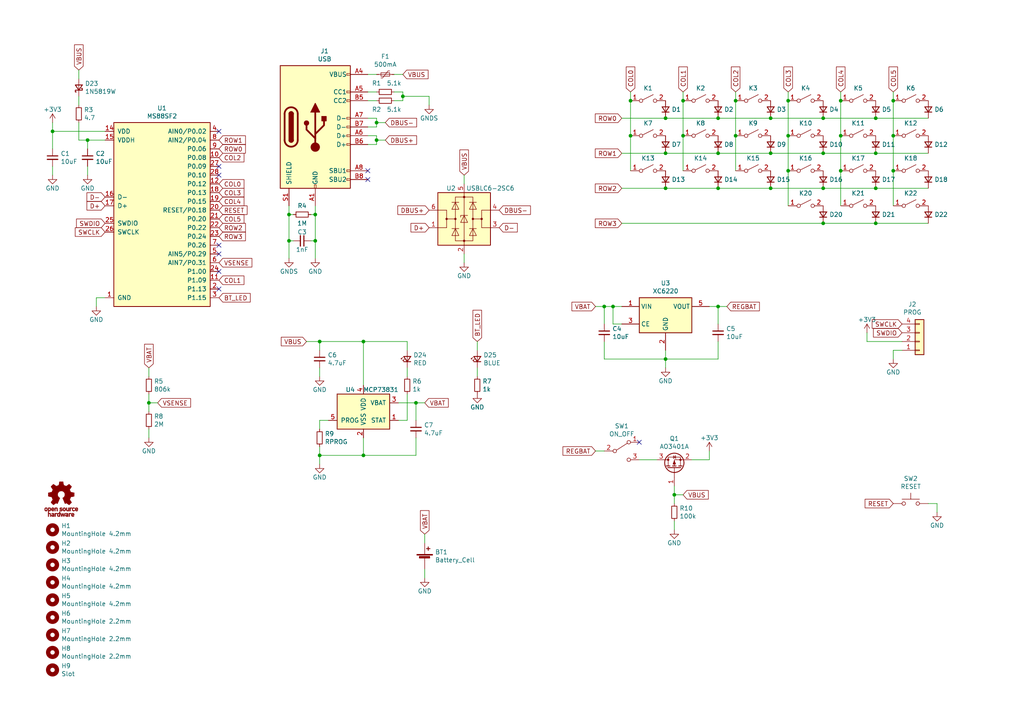
<source format=kicad_sch>
(kicad_sch (version 20211123) (generator eeschema)
  (paper "A4")
  (lib_symbols
    (symbol "Battery_Management:MCP73831-2-OT" (pin_names (offset 1.016))
      (property "Reference" "U" (at -7.62 6.35 0))
      (property "Value" "MCP73831-2-OT" (at 1.27 6.35 0))
      (symbol "MCP73831-2-OT_1_1"
        (pin output line (at 10.16 -2.54 180) (length 2.54) (name "STAT") (number "1"))
        (pin power_in line (at 0 -7.62 90) (length 2.54) (name "VSS") (number "2"))
        (pin power_out line (at 10.16 2.54 180) (length 2.54) (name "VBAT") (number "3"))
        (pin power_in line (at 0 7.62 270) (length 2.54) (name "VDD") (number "4"))
        (pin input line (at -10.16 -2.54 0) (length 2.54) (name "PROG") (number "5"))
      )
    )
    (symbol "Connector:USB_C_Receptacle_USB2.0" (pin_names (offset 1.016))
      (property "Reference" "J" (at -10.16 19.05 0))
      (property "Value" "USB_C_Receptacle_USB2.0" (at 19.05 19.05 0))
      (symbol "USB_C_Receptacle_USB2.0_1_1"
        (pin passive line (at 0 -22.86 90) (length 5.08) (name "GND") (number "A1"))
        (pin passive line (at 0 -22.86 90) (length 5.08) hide (name "GND") (number "A12"))
        (pin passive line (at 15.24 15.24 180) (length 5.08) (name "VBUS") (number "A4"))
        (pin bidirectional line (at 15.24 10.16 180) (length 5.08) (name "CC1") (number "A5"))
        (pin bidirectional line (at 15.24 -2.54 180) (length 5.08) (name "D+") (number "A6"))
        (pin bidirectional line (at 15.24 2.54 180) (length 5.08) (name "D-") (number "A7"))
        (pin bidirectional line (at 15.24 -12.7 180) (length 5.08) (name "SBU1") (number "A8"))
        (pin passive line (at 15.24 15.24 180) (length 5.08) hide (name "VBUS") (number "A9"))
        (pin passive line (at 0 -22.86 90) (length 5.08) hide (name "GND") (number "B1"))
        (pin passive line (at 0 -22.86 90) (length 5.08) hide (name "GND") (number "B12"))
        (pin passive line (at 15.24 15.24 180) (length 5.08) hide (name "VBUS") (number "B4"))
        (pin bidirectional line (at 15.24 7.62 180) (length 5.08) (name "CC2") (number "B5"))
        (pin bidirectional line (at 15.24 -5.08 180) (length 5.08) (name "D+") (number "B6"))
        (pin bidirectional line (at 15.24 0 180) (length 5.08) (name "D-") (number "B7"))
        (pin bidirectional line (at 15.24 -15.24 180) (length 5.08) (name "SBU2") (number "B8"))
        (pin passive line (at 15.24 15.24 180) (length 5.08) hide (name "VBUS") (number "B9"))
        (pin passive line (at -7.62 -22.86 90) (length 5.08) (name "SHIELD") (number "S1"))
      )
    )
    (symbol "Connector_Generic:Conn_01x04" (pin_names (offset 1.016) hide)
      (property "Reference" "J" (at 0 5.08 0))
      (property "Value" "Conn_01x04" (at 0 -7.62 0))
      (symbol "Conn_01x04_1_1"
        (pin passive line (at -5.08 2.54 0) (length 3.81) (name "Pin_1") (number "1"))
        (pin passive line (at -5.08 0 0) (length 3.81) (name "Pin_2") (number "2"))
        (pin passive line (at -5.08 -2.54 0) (length 3.81) (name "Pin_3") (number "3"))
        (pin passive line (at -5.08 -5.08 0) (length 3.81) (name "Pin_4") (number "4"))
      )
    )
    (symbol "Device:Battery_Cell" (pin_numbers hide) (pin_names (offset 0) hide)
      (property "Reference" "BT" (at 2.54 2.54 0))
      (property "Value" "Battery_Cell" (at 2.54 0 0))
      (symbol "Battery_Cell_1_1"
        (pin passive line (at 0 5.08 270) (length 2.54) (name "+") (number "1"))
        (pin passive line (at 0 -2.54 90) (length 2.54) (name "-") (number "2"))
      )
    )
    (symbol "Device:C_Small" (pin_numbers hide) (pin_names (offset 0.254) hide)
      (property "Reference" "C" (at 0.254 1.778 0))
      (property "Value" "C_Small" (at 0.254 -2.032 0))
      (symbol "C_Small_1_1"
        (pin passive line (at 0 2.54 270) (length 2.032) (name "~") (number "1"))
        (pin passive line (at 0 -2.54 90) (length 2.032) (name "~") (number "2"))
      )
    )
    (symbol "Device:D_Schottky_Small" (pin_numbers hide) (pin_names (offset 0.254) hide)
      (property "Reference" "D" (at -1.27 2.032 0))
      (property "Value" "D_Schottky_Small" (at -7.112 -2.032 0))
      (symbol "D_Schottky_Small_1_1"
        (pin passive line (at -2.54 0 0) (length 1.778) (name "K") (number "1"))
        (pin passive line (at 2.54 0 180) (length 1.778) (name "A") (number "2"))
      )
    )
    (symbol "Device:D_Small" (pin_numbers hide) (pin_names (offset 0.254) hide)
      (property "Reference" "D" (at -1.27 2.032 0))
      (property "Value" "D_Small" (at -3.81 -2.032 0))
      (symbol "D_Small_1_1"
        (pin passive line (at -2.54 0 0) (length 1.778) (name "K") (number "1"))
        (pin passive line (at 2.54 0 180) (length 1.778) (name "A") (number "2"))
      )
    )
    (symbol "Device:LED_Small" (pin_numbers hide) (pin_names (offset 0.254) hide)
      (property "Reference" "D" (at -1.27 3.175 0))
      (property "Value" "LED_Small" (at -4.445 -2.54 0))
      (symbol "LED_Small_1_1"
        (pin passive line (at -2.54 0 0) (length 1.778) (name "K") (number "1"))
        (pin passive line (at 2.54 0 180) (length 1.778) (name "A") (number "2"))
      )
    )
    (symbol "Device:Polyfuse_Small" (pin_numbers hide) (pin_names (offset 0))
      (property "Reference" "F" (at -1.905 0 90))
      (property "Value" "Polyfuse_Small" (at 1.905 0 90))
      (symbol "Polyfuse_Small_1_1"
        (pin passive line (at 0 2.54 270) (length 0.635) (name "~") (number "1"))
        (pin passive line (at 0 -2.54 90) (length 0.635) (name "~") (number "2"))
      )
    )
    (symbol "Device:R_Small" (pin_numbers hide) (pin_names (offset 0.254) hide)
      (property "Reference" "R" (at 0.762 0.508 0))
      (property "Value" "R_Small" (at 0.762 -1.016 0))
      (symbol "R_Small_1_1"
        (pin passive line (at 0 2.54 270) (length 0.762) (name "~") (number "1"))
        (pin passive line (at 0 -2.54 90) (length 0.762) (name "~") (number "2"))
      )
    )
    (symbol "Mechanical:MountingHole" (pin_names (offset 1.016))
      (property "Reference" "H" (at 0 5.08 0))
      (property "Value" "MountingHole" (at 0 3.175 0))
    )
    (symbol "Power_Protection:USBLC6-2SC6" (pin_names hide)
      (property "Reference" "U" (at 2.54 8.89 0))
      (property "Value" "USBLC6-2SC6" (at 2.54 -8.89 0))
      (symbol "USBLC6-2SC6_1_1"
        (pin passive line (at -10.16 -2.54 0) (length 2.54) (name "I/O1") (number "1"))
        (pin passive line (at 0 -10.16 90) (length 2.54) (name "GND") (number "2"))
        (pin passive line (at 10.16 -2.54 180) (length 2.54) (name "I/O2") (number "3"))
        (pin passive line (at 10.16 2.54 180) (length 2.54) (name "I/O2") (number "4"))
        (pin passive line (at 0 10.16 270) (length 2.54) (name "VBUS") (number "5"))
        (pin passive line (at -10.16 2.54 0) (length 2.54) (name "I/O1") (number "6"))
      )
    )
    (symbol "Regulator_Linear:XC6220B331MR"
      (property "Reference" "U" (at 0 8.89 0))
      (property "Value" "XC6220B331MR" (at 0 6.35 0))
      (symbol "XC6220B331MR_1_1"
        (pin power_in line (at -12.7 2.54 0) (length 5.08) (name "VIN") (number "1"))
        (pin power_in line (at 0 -10.16 90) (length 5.08) (name "GND") (number "2"))
        (pin input line (at -12.7 -2.54 0) (length 5.08) (name "CE") (number "3"))
        (pin no_connect line (at 12.7 -2.54 180) (length 5.08) hide (name "NC") (number "4"))
        (pin power_out line (at 12.7 2.54 180) (length 5.08) (name "VOUT") (number "5"))
      )
    )
    (symbol "Switch:SW_Push" (pin_numbers hide) (pin_names (offset 1.016) hide)
      (property "Reference" "SW" (at 1.27 2.54 0))
      (property "Value" "SW_Push" (at 0 -1.524 0))
      (symbol "SW_Push_0_1"
        (pin passive line (at -5.08 0 0) (length 2.54) (name "1") (number "1"))
        (pin passive line (at 5.08 0 180) (length 2.54) (name "2") (number "2"))
      )
    )
    (symbol "Switch:SW_SPDT" (pin_names (offset 0) hide)
      (property "Reference" "SW" (at 0 4.318 0))
      (property "Value" "SW_SPDT" (at 0 -5.08 0))
      (symbol "SW_SPDT_1_1"
        (pin passive line (at 5.08 2.54 180) (length 2.54) (name "A") (number "1"))
        (pin passive line (at -5.08 0 0) (length 2.54) (name "B") (number "2"))
        (pin passive line (at 5.08 -2.54 180) (length 2.54) (name "C") (number "3"))
      )
    )
    (symbol "Transistor_FET:AO3401A" (pin_names hide)
      (property "Reference" "Q" (at 5.08 1.905 0))
      (property "Value" "AO3401A" (at 5.08 0 0))
      (symbol "AO3401A_1_1"
        (pin input line (at -5.08 0 0) (length 2.54) (name "G") (number "1"))
        (pin passive line (at 2.54 -5.08 90) (length 2.54) (name "S") (number "2"))
        (pin passive line (at 2.54 5.08 270) (length 2.54) (name "D") (number "3"))
      )
    )
    (symbol "dao-choc-ble:KEY_SWITCH" (pin_names (offset 0) hide)
      (property "Reference" "K" (at 0 3.175 0))
      (symbol "KEY_SWITCH_1_1"
        (pin passive line (at -5.08 0 0) (length 2.54) (name "A") (number "1"))
        (pin passive line (at 5.08 0 180) (length 2.54) (name "B") (number "2"))
      )
    )
    (symbol "dao-choc-ble:MS88SF2" (pin_names (offset 1.016))
      (property "Reference" "U" (at 0 27.94 0))
      (property "Value" "MS88SF2" (at 0 -27.94 0))
      (symbol "MS88SF2_0_0"
        (pin bidirectional line (at -16.51 -24.13 0) (length 2.54) (name "GND") (number "1"))
        (pin bidirectional line (at 16.51 16.51 180) (length 2.54) (name "P0.08") (number "10"))
        (pin bidirectional line (at 16.51 -19.05 180) (length 2.54) (name "P1.09") (number "11"))
        (pin bidirectional line (at 16.51 8.89 180) (length 2.54) (name "P0.12") (number "12"))
        (pin bidirectional line (at -16.51 -24.13 0) (length 2.54) hide (name "GND") (number "13"))
        (pin bidirectional line (at -16.51 24.13 0) (length 2.54) (name "VDD") (number "14"))
        (pin bidirectional line (at -16.51 21.59 0) (length 2.54) (name "VDDH") (number "15"))
        (pin bidirectional line (at -16.51 5.08 0) (length 2.54) (name "D-") (number "16"))
        (pin bidirectional line (at -16.51 2.54 0) (length 2.54) (name "D+") (number "17"))
        (pin bidirectional line (at 16.51 6.35 180) (length 2.54) (name "P0.13") (number "18"))
        (pin bidirectional line (at 16.51 3.81 180) (length 2.54) (name "P0.15") (number "19"))
        (pin bidirectional line (at 16.51 -21.59 180) (length 2.54) (name "P1.13") (number "2"))
        (pin bidirectional line (at 16.51 1.27 180) (length 2.54) (name "RESET/P0.18") (number "20"))
        (pin bidirectional line (at 16.51 -1.27 180) (length 2.54) (name "P0.20") (number "21"))
        (pin bidirectional line (at 16.51 -3.81 180) (length 2.54) (name "P0.22") (number "22"))
        (pin bidirectional line (at 16.51 -6.35 180) (length 2.54) (name "P0.24") (number "23"))
        (pin bidirectional line (at 16.51 -16.51 180) (length 2.54) (name "P1.00") (number "24"))
        (pin bidirectional line (at -16.51 -2.54 0) (length 2.54) (name "SWDIO") (number "25"))
        (pin bidirectional line (at -16.51 -5.08 0) (length 2.54) (name "SWCLK") (number "26"))
        (pin bidirectional line (at 16.51 13.97 180) (length 2.54) (name "P0.09") (number "27"))
        (pin bidirectional line (at 16.51 11.43 180) (length 2.54) (name "P0.10") (number "28"))
        (pin bidirectional line (at 16.51 -24.13 180) (length 2.54) (name "P1.15") (number "3"))
        (pin bidirectional line (at 16.51 24.13 180) (length 2.54) (name "AIN0/P0.02") (number "4"))
        (pin bidirectional line (at 16.51 -11.43 180) (length 2.54) (name "AIN5/P0.29") (number "5"))
        (pin bidirectional line (at 16.51 -13.97 180) (length 2.54) (name "AIN7/P0.31") (number "6"))
        (pin bidirectional line (at 16.51 -8.89 180) (length 2.54) (name "P0.26") (number "7"))
        (pin bidirectional line (at 16.51 21.59 180) (length 2.54) (name "AIN2/P0.04") (number "8"))
        (pin bidirectional line (at 16.51 19.05 180) (length 2.54) (name "P0.06") (number "9"))
      )
    )
    (symbol "dao-choc-ble:OSHW-logo" (pin_names (offset 1.016)))
    (symbol "power:+3V3" (power) (pin_names (offset 0))
      (property "Value" "+3V3" (at 0 3.556 0))
      (symbol "+3V3_1_1"
        (pin power_in line (at 0 0 90) (length 0) hide (name "+3V3") (number "1"))
      )
    )
    (symbol "power:GND" (power) (pin_names (offset 0))
      (property "Value" "GND" (at 0 -3.81 0))
      (symbol "GND_1_1"
        (pin power_in line (at 0 0 270) (length 0) hide (name "GND") (number "1"))
      )
    )
    (symbol "power:GNDS" (power) (pin_names (offset 0))
      (property "Value" "GNDS" (at 0 -3.81 0))
      (symbol "GNDS_1_1"
        (pin power_in line (at 0 0 270) (length 0) hide (name "GNDS") (number "1"))
      )
    )
  )
  (junction (at 208.28 44.45))
  (junction (at 91.44 62.23))
  (junction (at 193.04 34.29))
  (junction (at 243.84 49.53))
  (junction (at 238.76 44.45))
  (junction (at 223.52 54.61))
  (junction (at 193.04 104.14))
  (junction (at 177.8 88.9))
  (junction (at 83.82 62.23))
  (junction (at 105.41 132.08))
  (junction (at 238.76 64.77))
  (junction (at 198.12 29.21))
  (junction (at 193.04 44.45))
  (junction (at 25.4 40.64))
  (junction (at 223.52 34.29))
  (junction (at 254 64.77))
  (junction (at 254 34.29))
  (junction (at 120.65 116.84))
  (junction (at 182.88 39.37))
  (junction (at 15.24 38.1))
  (junction (at 109.22 40.64))
  (junction (at 92.71 99.06))
  (junction (at 228.6 39.37))
  (junction (at 243.84 39.37))
  (junction (at 208.28 88.9))
  (junction (at 175.26 88.9))
  (junction (at 193.04 54.61))
  (junction (at 259.08 29.21))
  (junction (at 182.88 29.21))
  (junction (at 213.36 29.21))
  (junction (at 238.76 34.29))
  (junction (at 208.28 54.61))
  (junction (at 198.12 39.37))
  (junction (at 238.76 54.61))
  (junction (at 254 54.61))
  (junction (at 43.18 116.84))
  (junction (at 195.58 143.51))
  (junction (at 213.36 39.37))
  (junction (at 223.52 44.45))
  (junction (at 83.82 69.85))
  (junction (at 92.71 132.08))
  (junction (at 243.84 29.21))
  (junction (at 208.28 34.29))
  (junction (at 228.6 29.21))
  (junction (at 91.44 69.85))
  (junction (at 259.08 49.53))
  (junction (at 105.41 99.06))
  (junction (at 228.6 49.53))
  (junction (at 116.84 27.94))
  (junction (at 254 44.45))
  (junction (at 109.22 35.56))
  (junction (at 259.08 39.37))
  (no_connect (at 63.5 83.82))
  (no_connect (at 63.5 50.8))
  (no_connect (at 106.68 52.07))
  (no_connect (at 63.5 48.26))
  (no_connect (at 106.68 49.53))
  (no_connect (at 63.5 78.74))
  (no_connect (at 63.5 71.12))
  (no_connect (at 185.42 128.27))
  (no_connect (at 63.5 73.66))
  (no_connect (at 63.5 38.1))
  (wire (pts (xy 238.76 44.45) (xy 223.52 44.45)))
  (wire (pts (xy 120.65 116.84) (xy 120.65 121.92)))
  (wire (pts (xy 15.24 35.56) (xy 15.24 38.1)))
  (wire (pts (xy 238.76 54.61) (xy 223.52 54.61)))
  (wire (pts (xy 193.04 104.14) (xy 175.26 104.14)))
  (wire (pts (xy 243.84 39.37) (xy 243.84 29.21)))
  (wire (pts (xy 106.68 21.59) (xy 109.22 21.59)))
  (wire (pts (xy 106.68 34.29) (xy 109.22 34.29)))
  (wire (pts (xy 175.26 104.14) (xy 175.26 99.06)))
  (wire (pts (xy 193.04 101.6) (xy 193.04 104.14)))
  (wire (pts (xy 251.46 99.06) (xy 261.62 99.06)))
  (wire (pts (xy 91.44 62.23) (xy 91.44 69.85)))
  (wire (pts (xy 259.08 101.6) (xy 259.08 104.14)))
  (wire (pts (xy 243.84 49.53) (xy 243.84 39.37)))
  (wire (pts (xy 182.88 39.37) (xy 182.88 29.21)))
  (wire (pts (xy 259.08 29.21) (xy 259.08 26.67)))
  (wire (pts (xy 105.41 132.08) (xy 120.65 132.08)))
  (wire (pts (xy 205.74 133.35) (xy 205.74 130.81)))
  (wire (pts (xy 182.88 29.21) (xy 182.88 26.67)))
  (wire (pts (xy 269.24 64.77) (xy 254 64.77)))
  (wire (pts (xy 228.6 59.69) (xy 228.6 49.53)))
  (wire (pts (xy 15.24 38.1) (xy 15.24 43.18)))
  (wire (pts (xy 114.3 26.67) (xy 116.84 26.67)))
  (wire (pts (xy 105.41 132.08) (xy 92.71 132.08)))
  (wire (pts (xy 180.34 64.77) (xy 238.76 64.77)))
  (wire (pts (xy 213.36 39.37) (xy 213.36 29.21)))
  (wire (pts (xy 114.3 21.59) (xy 116.84 21.59)))
  (wire (pts (xy 261.62 101.6) (xy 259.08 101.6)))
  (wire (pts (xy 106.68 36.83) (xy 109.22 36.83)))
  (wire (pts (xy 134.62 73.66) (xy 134.62 76.2)))
  (wire (pts (xy 83.82 69.85) (xy 83.82 74.93)))
  (wire (pts (xy 25.4 40.64) (xy 25.4 43.18)))
  (wire (pts (xy 91.44 62.23) (xy 90.17 62.23)))
  (wire (pts (xy 254 34.29) (xy 238.76 34.29)))
  (wire (pts (xy 22.86 30.48) (xy 22.86 27.94)))
  (wire (pts (xy 223.52 34.29) (xy 208.28 34.29)))
  (wire (pts (xy 177.8 93.98) (xy 177.8 88.9)))
  (wire (pts (xy 259.08 59.69) (xy 259.08 49.53)))
  (wire (pts (xy 109.22 40.64) (xy 109.22 41.91)))
  (wire (pts (xy 120.65 116.84) (xy 123.19 116.84)))
  (wire (pts (xy 185.42 133.35) (xy 190.5 133.35)))
  (wire (pts (xy 91.44 59.69) (xy 91.44 62.23)))
  (wire (pts (xy 182.88 49.53) (xy 182.88 39.37)))
  (wire (pts (xy 228.6 39.37) (xy 228.6 29.21)))
  (wire (pts (xy 105.41 99.06) (xy 105.41 111.76)))
  (wire (pts (xy 208.28 44.45) (xy 193.04 44.45)))
  (wire (pts (xy 109.22 36.83) (xy 109.22 35.56)))
  (wire (pts (xy 271.78 146.05) (xy 271.78 148.59)))
  (wire (pts (xy 114.3 29.21) (xy 116.84 29.21)))
  (wire (pts (xy 116.84 27.94) (xy 116.84 29.21)))
  (wire (pts (xy 83.82 62.23) (xy 83.82 69.85)))
  (wire (pts (xy 106.68 26.67) (xy 109.22 26.67)))
  (wire (pts (xy 118.11 121.92) (xy 118.11 114.3)))
  (wire (pts (xy 208.28 54.61) (xy 193.04 54.61)))
  (wire (pts (xy 243.84 29.21) (xy 243.84 26.67)))
  (wire (pts (xy 43.18 119.38) (xy 43.18 116.84)))
  (wire (pts (xy 193.04 54.61) (xy 180.34 54.61)))
  (wire (pts (xy 138.43 106.68) (xy 138.43 109.22)))
  (wire (pts (xy 254 54.61) (xy 238.76 54.61)))
  (wire (pts (xy 208.28 88.9) (xy 208.28 93.98)))
  (wire (pts (xy 208.28 99.06) (xy 208.28 104.14)))
  (wire (pts (xy 175.26 88.9) (xy 175.26 93.98)))
  (wire (pts (xy 83.82 62.23) (xy 85.09 62.23)))
  (wire (pts (xy 116.84 27.94) (xy 124.46 27.94)))
  (wire (pts (xy 175.26 88.9) (xy 172.72 88.9)))
  (wire (pts (xy 30.48 38.1) (xy 15.24 38.1)))
  (wire (pts (xy 92.71 129.54) (xy 92.71 132.08)))
  (wire (pts (xy 45.72 116.84) (xy 43.18 116.84)))
  (wire (pts (xy 269.24 44.45) (xy 254 44.45)))
  (wire (pts (xy 198.12 49.53) (xy 198.12 39.37)))
  (wire (pts (xy 193.04 44.45) (xy 180.34 44.45)))
  (wire (pts (xy 193.04 34.29) (xy 180.34 34.29)))
  (wire (pts (xy 92.71 106.68) (xy 92.71 109.22)))
  (wire (pts (xy 259.08 39.37) (xy 259.08 29.21)))
  (wire (pts (xy 238.76 34.29) (xy 223.52 34.29)))
  (wire (pts (xy 88.9 99.06) (xy 92.71 99.06)))
  (wire (pts (xy 109.22 39.37) (xy 109.22 40.64)))
  (wire (pts (xy 254 64.77) (xy 238.76 64.77)))
  (wire (pts (xy 83.82 59.69) (xy 83.82 62.23)))
  (wire (pts (xy 223.52 54.61) (xy 208.28 54.61)))
  (wire (pts (xy 208.28 88.9) (xy 210.82 88.9)))
  (wire (pts (xy 195.58 140.97) (xy 195.58 143.51)))
  (wire (pts (xy 269.24 34.29) (xy 254 34.29)))
  (wire (pts (xy 43.18 109.22) (xy 43.18 106.68)))
  (wire (pts (xy 269.24 146.05) (xy 271.78 146.05)))
  (wire (pts (xy 254 44.45) (xy 238.76 44.45)))
  (wire (pts (xy 106.68 39.37) (xy 109.22 39.37)))
  (wire (pts (xy 105.41 127) (xy 105.41 132.08)))
  (wire (pts (xy 123.19 154.94) (xy 123.19 157.48)))
  (wire (pts (xy 243.84 59.69) (xy 243.84 49.53)))
  (wire (pts (xy 116.84 26.67) (xy 116.84 27.94)))
  (wire (pts (xy 115.57 121.92) (xy 118.11 121.92)))
  (wire (pts (xy 92.71 99.06) (xy 105.41 99.06)))
  (wire (pts (xy 251.46 99.06) (xy 251.46 96.52)))
  (wire (pts (xy 43.18 116.84) (xy 43.18 114.3)))
  (wire (pts (xy 195.58 143.51) (xy 195.58 146.05)))
  (wire (pts (xy 134.62 53.34) (xy 134.62 50.8)))
  (wire (pts (xy 91.44 69.85) (xy 90.17 69.85)))
  (wire (pts (xy 109.22 41.91) (xy 106.68 41.91)))
  (wire (pts (xy 95.25 121.92) (xy 92.71 121.92)))
  (wire (pts (xy 138.43 101.6) (xy 138.43 99.06)))
  (wire (pts (xy 118.11 99.06) (xy 105.41 99.06)))
  (wire (pts (xy 180.34 88.9) (xy 177.8 88.9)))
  (wire (pts (xy 208.28 34.29) (xy 193.04 34.29)))
  (wire (pts (xy 269.24 54.61) (xy 254 54.61)))
  (wire (pts (xy 118.11 101.6) (xy 118.11 99.06)))
  (wire (pts (xy 120.65 127) (xy 120.65 132.08)))
  (wire (pts (xy 109.22 35.56) (xy 109.22 34.29)))
  (wire (pts (xy 109.22 40.64) (xy 111.76 40.64)))
  (wire (pts (xy 228.6 29.21) (xy 228.6 26.67)))
  (wire (pts (xy 259.08 49.53) (xy 259.08 39.37)))
  (wire (pts (xy 213.36 29.21) (xy 213.36 26.67)))
  (wire (pts (xy 200.66 133.35) (xy 205.74 133.35)))
  (wire (pts (xy 228.6 49.53) (xy 228.6 39.37)))
  (wire (pts (xy 172.72 130.81) (xy 175.26 130.81)))
  (wire (pts (xy 92.71 121.92) (xy 92.71 124.46)))
  (wire (pts (xy 25.4 48.26) (xy 25.4 50.8)))
  (wire (pts (xy 27.94 86.36) (xy 27.94 88.9)))
  (wire (pts (xy 15.24 48.26) (xy 15.24 50.8)))
  (wire (pts (xy 91.44 69.85) (xy 91.44 74.93)))
  (wire (pts (xy 123.19 165.1) (xy 123.19 167.64)))
  (wire (pts (xy 208.28 104.14) (xy 193.04 104.14)))
  (wire (pts (xy 213.36 49.53) (xy 213.36 39.37)))
  (wire (pts (xy 43.18 124.46) (xy 43.18 127)))
  (wire (pts (xy 193.04 104.14) (xy 193.04 106.68)))
  (wire (pts (xy 198.12 29.21) (xy 198.12 26.67)))
  (wire (pts (xy 92.71 101.6) (xy 92.71 99.06)))
  (wire (pts (xy 25.4 40.64) (xy 22.86 40.64)))
  (wire (pts (xy 118.11 109.22) (xy 118.11 106.68)))
  (wire (pts (xy 198.12 39.37) (xy 198.12 29.21)))
  (wire (pts (xy 195.58 151.13) (xy 195.58 153.67)))
  (wire (pts (xy 124.46 27.94) (xy 124.46 30.48)))
  (wire (pts (xy 205.74 88.9) (xy 208.28 88.9)))
  (wire (pts (xy 25.4 40.64) (xy 30.48 40.64)))
  (wire (pts (xy 106.68 29.21) (xy 109.22 29.21)))
  (wire (pts (xy 22.86 35.56) (xy 22.86 40.64)))
  (wire (pts (xy 109.22 35.56) (xy 111.76 35.56)))
  (wire (pts (xy 223.52 44.45) (xy 208.28 44.45)))
  (wire (pts (xy 175.26 88.9) (xy 177.8 88.9)))
  (wire (pts (xy 22.86 22.86) (xy 22.86 20.32)))
  (wire (pts (xy 180.34 93.98) (xy 177.8 93.98)))
  (wire (pts (xy 30.48 86.36) (xy 27.94 86.36)))
  (wire (pts (xy 195.58 143.51) (xy 198.12 143.51)))
  (wire (pts (xy 115.57 116.84) (xy 120.65 116.84)))
  (wire (pts (xy 83.82 69.85) (xy 85.09 69.85)))
  (wire (pts (xy 92.71 134.62) (xy 92.71 132.08)))
  (global_label "D+" (shape input) (at 124.46 66.04 180) (property "Intersheet References" "${INTERSHEET_REFS}" (effects hide)))
  (global_label "ROW1" (shape input) (at 63.5 40.64 0) (property "Intersheet References" "${INTERSHEET_REFS}" (effects hide)))
  (global_label "COL0" (shape input) (at 182.88 26.67 90) (property "Intersheet References" "${INTERSHEET_REFS}" (effects hide)))
  (global_label "ROW2" (shape input) (at 63.5 66.04 0) (property "Intersheet References" "${INTERSHEET_REFS}" (effects hide)))
  (global_label "VBUS" (shape input) (at 88.9 99.06 180) (property "Intersheet References" "${INTERSHEET_REFS}" (effects hide)))
  (global_label "SWDIO" (shape input) (at 261.62 96.52 180) (property "Intersheet References" "${INTERSHEET_REFS}" (effects hide)))
  (global_label "VBAT" (shape input) (at 123.19 154.94 90) (property "Intersheet References" "${INTERSHEET_REFS}" (effects hide)))
  (global_label "COL3" (shape input) (at 228.6 26.67 90) (property "Intersheet References" "${INTERSHEET_REFS}" (effects hide)))
  (global_label "ROW0" (shape input) (at 63.5 43.18 0) (property "Intersheet References" "${INTERSHEET_REFS}" (effects hide)))
  (global_label "D-" (shape input) (at 144.78 66.04 0) (property "Intersheet References" "${INTERSHEET_REFS}" (effects hide)))
  (global_label "VBUS" (shape input) (at 22.86 20.32 90) (property "Intersheet References" "${INTERSHEET_REFS}" (effects hide)))
  (global_label "VBUS" (shape input) (at 198.12 143.51 0) (property "Intersheet References" "${INTERSHEET_REFS}" (effects hide)))
  (global_label "COL4" (shape input) (at 63.5 58.42 0) (property "Intersheet References" "${INTERSHEET_REFS}" (effects hide)))
  (global_label "SWCLK" (shape input) (at 261.62 93.98 180) (property "Intersheet References" "${INTERSHEET_REFS}" (effects hide)))
  (global_label "RESET" (shape input) (at 259.08 146.05 180) (property "Intersheet References" "${INTERSHEET_REFS}" (effects hide)))
  (global_label "DBUS-" (shape input) (at 144.78 60.96 0) (property "Intersheet References" "${INTERSHEET_REFS}" (effects hide)))
  (global_label "REGBAT" (shape input) (at 210.82 88.9 0) (property "Intersheet References" "${INTERSHEET_REFS}" (effects hide)))
  (global_label "COL4" (shape input) (at 243.84 26.67 90) (property "Intersheet References" "${INTERSHEET_REFS}" (effects hide)))
  (global_label "COL2" (shape input) (at 63.5 45.72 0) (property "Intersheet References" "${INTERSHEET_REFS}" (effects hide)))
  (global_label "VSENSE" (shape input) (at 63.5 76.2 0) (property "Intersheet References" "${INTERSHEET_REFS}" (effects hide)))
  (global_label "BT_LED" (shape input) (at 138.43 99.06 90) (property "Intersheet References" "${INTERSHEET_REFS}" (effects hide)))
  (global_label "ROW0" (shape input) (at 180.34 34.29 180) (property "Intersheet References" "${INTERSHEET_REFS}" (effects hide)))
  (global_label "ROW2" (shape input) (at 180.34 54.61 180) (property "Intersheet References" "${INTERSHEET_REFS}" (effects hide)))
  (global_label "ROW3" (shape input) (at 180.34 64.77 180) (property "Intersheet References" "${INTERSHEET_REFS}" (effects hide)))
  (global_label "COL5" (shape input) (at 259.08 26.67 90) (property "Intersheet References" "${INTERSHEET_REFS}" (effects hide)))
  (global_label "ROW3" (shape input) (at 63.5 68.58 0) (property "Intersheet References" "${INTERSHEET_REFS}" (effects hide)))
  (global_label "VBAT" (shape input) (at 172.72 88.9 180) (property "Intersheet References" "${INTERSHEET_REFS}" (effects hide)))
  (global_label "D+" (shape input) (at 30.48 59.69 180) (property "Intersheet References" "${INTERSHEET_REFS}" (effects hide)))
  (global_label "VSENSE" (shape input) (at 45.72 116.84 0) (property "Intersheet References" "${INTERSHEET_REFS}" (effects hide)))
  (global_label "COL3" (shape input) (at 63.5 55.88 0) (property "Intersheet References" "${INTERSHEET_REFS}" (effects hide)))
  (global_label "DBUS-" (shape input) (at 111.76 35.56 0) (property "Intersheet References" "${INTERSHEET_REFS}" (effects hide)))
  (global_label "COL0" (shape input) (at 63.5 53.34 0) (property "Intersheet References" "${INTERSHEET_REFS}" (effects hide)))
  (global_label "BT_LED" (shape input) (at 63.5 86.36 0) (property "Intersheet References" "${INTERSHEET_REFS}" (effects hide)))
  (global_label "REGBAT" (shape input) (at 172.72 130.81 180) (property "Intersheet References" "${INTERSHEET_REFS}" (effects hide)))
  (global_label "ROW1" (shape input) (at 180.34 44.45 180) (property "Intersheet References" "${INTERSHEET_REFS}" (effects hide)))
  (global_label "VBAT" (shape input) (at 43.18 106.68 90) (property "Intersheet References" "${INTERSHEET_REFS}" (effects hide)))
  (global_label "VBUS" (shape input) (at 116.84 21.59 0) (property "Intersheet References" "${INTERSHEET_REFS}" (effects hide)))
  (global_label "COL1" (shape input) (at 63.5 81.28 0) (property "Intersheet References" "${INTERSHEET_REFS}" (effects hide)))
  (global_label "COL2" (shape input) (at 213.36 26.67 90) (property "Intersheet References" "${INTERSHEET_REFS}" (effects hide)))
  (global_label "DBUS+" (shape input) (at 124.46 60.96 180) (property "Intersheet References" "${INTERSHEET_REFS}" (effects hide)))
  (global_label "DBUS+" (shape input) (at 111.76 40.64 0) (property "Intersheet References" "${INTERSHEET_REFS}" (effects hide)))
  (global_label "D-" (shape input) (at 30.48 57.15 180) (property "Intersheet References" "${INTERSHEET_REFS}" (effects hide)))
  (global_label "COL5" (shape input) (at 63.5 63.5 0) (property "Intersheet References" "${INTERSHEET_REFS}" (effects hide)))
  (global_label "RESET" (shape input) (at 63.5 60.96 0) (property "Intersheet References" "${INTERSHEET_REFS}" (effects hide)))
  (global_label "VBAT" (shape input) (at 123.19 116.84 0) (property "Intersheet References" "${INTERSHEET_REFS}" (effects hide)))
  (global_label "VBUS" (shape input) (at 134.62 50.8 90) (property "Intersheet References" "${INTERSHEET_REFS}" (effects hide)))
  (global_label "COL1" (shape input) (at 198.12 26.67 90) (property "Intersheet References" "${INTERSHEET_REFS}" (effects hide)))
  (global_label "SWCLK" (shape input) (at 30.48 67.31 180) (property "Intersheet References" "${INTERSHEET_REFS}" (effects hide)))
  (global_label "SWDIO" (shape input) (at 30.48 64.77 180) (property "Intersheet References" "${INTERSHEET_REFS}" (effects hide)))
  (symbol (lib_id "dao-choc-ble:MS88SF2") (at 46.99 62.23 0) (unit 1)
    (property "Reference" "U1" (at 46.99 31.369 0))
    (property "Value" "MS88SF2" (at 46.99 33.6804 0))
    (property "Footprint" "dao-choc-ble:MINEW_MS88SF2" (effects hide))
  )
  (symbol (lib_id "dao-choc-ble:KEY_SWITCH") (at 187.96 29.21 0) (unit 1)
    (property "Reference" "K1" (at 187.96 25.5778 0))
    (property "Value" "KEY_SWITCH" (effects hide))
    (property "Footprint" "dao-choc-ble:Kailh_PG1350_hotswap" (effects hide))
  )
  (symbol (lib_id "Device:D_Small") (at 193.04 31.75 90) (unit 1)
    (property "Reference" "D1" (at 194.818 31.75 90) (effects (justify right)))
    (property "Value" "1N4148WS" (effects hide))
    (property "Footprint" "dao-choc-ble:D_SOD-323" (effects hide))
    (property "LCSC" "C57759" (effects hide))
  )
  (symbol (lib_id "dao-choc-ble:KEY_SWITCH") (at 203.2 29.21 0) (unit 1)
    (property "Reference" "K2" (at 203.2 25.5778 0))
    (property "Value" "KEY_SWITCH" (effects hide))
    (property "Footprint" "dao-choc-ble:Kailh_PG1350_hotswap" (effects hide))
  )
  (symbol (lib_id "Device:D_Small") (at 208.28 31.75 90) (unit 1)
    (property "Reference" "D2" (at 210.058 31.75 90) (effects (justify right)))
    (property "Value" "1N4148WS" (effects hide))
    (property "Footprint" "dao-choc-ble:D_SOD-323" (effects hide))
    (property "LCSC" "C57759" (effects hide))
  )
  (symbol (lib_id "dao-choc-ble:KEY_SWITCH") (at 218.44 29.21 0) (unit 1)
    (property "Reference" "K3" (at 218.44 25.5778 0))
    (property "Value" "KEY_SWITCH" (effects hide))
    (property "Footprint" "dao-choc-ble:Kailh_PG1350_hotswap" (effects hide))
  )
  (symbol (lib_id "Device:D_Small") (at 223.52 31.75 90) (unit 1)
    (property "Reference" "D3" (at 225.298 31.75 90) (effects (justify right)))
    (property "Value" "1N4148WS" (effects hide))
    (property "Footprint" "dao-choc-ble:D_SOD-323" (effects hide))
    (property "LCSC" "C57759" (effects hide))
  )
  (symbol (lib_id "dao-choc-ble:KEY_SWITCH") (at 233.68 29.21 0) (unit 1)
    (property "Reference" "K4" (at 233.68 25.5778 0))
    (property "Value" "KEY_SWITCH" (effects hide))
    (property "Footprint" "dao-choc-ble:Kailh_PG1350_hotswap" (effects hide))
  )
  (symbol (lib_id "Device:D_Small") (at 238.76 31.75 90) (unit 1)
    (property "Reference" "D4" (at 240.538 31.75 90) (effects (justify right)))
    (property "Value" "1N4148WS" (effects hide))
    (property "Footprint" "dao-choc-ble:D_SOD-323" (effects hide))
    (property "LCSC" "C57759" (effects hide))
  )
  (symbol (lib_id "dao-choc-ble:KEY_SWITCH") (at 248.92 29.21 0) (unit 1)
    (property "Reference" "K5" (at 248.92 25.5778 0))
    (property "Value" "KEY_SWITCH" (effects hide))
    (property "Footprint" "dao-choc-ble:Kailh_PG1350_hotswap" (effects hide))
  )
  (symbol (lib_id "Device:D_Small") (at 254 31.75 90) (unit 1)
    (property "Reference" "D5" (at 255.778 31.75 90) (effects (justify right)))
    (property "Value" "1N4148WS" (effects hide))
    (property "Footprint" "dao-choc-ble:D_SOD-323" (effects hide))
    (property "LCSC" "C57759" (effects hide))
  )
  (symbol (lib_id "dao-choc-ble:KEY_SWITCH") (at 264.16 29.21 0) (unit 1)
    (property "Reference" "K6" (at 264.16 25.5778 0))
    (property "Value" "KEY_SWITCH" (effects hide))
    (property "Footprint" "dao-choc-ble:Kailh_PG1350_hotswap" (effects hide))
  )
  (symbol (lib_id "Device:D_Small") (at 269.24 31.75 90) (unit 1)
    (property "Reference" "D6" (at 271.018 31.75 90) (effects (justify right)))
    (property "Value" "1N4148WS" (effects hide))
    (property "Footprint" "dao-choc-ble:D_SOD-323" (effects hide))
    (property "LCSC" "C57759" (effects hide))
  )
  (symbol (lib_id "dao-choc-ble:KEY_SWITCH") (at 187.96 39.37 0) (unit 1)
    (property "Reference" "K7" (at 187.96 35.7378 0))
    (property "Value" "KEY_SWITCH" (effects hide))
    (property "Footprint" "dao-choc-ble:Kailh_PG1350_hotswap" (effects hide))
  )
  (symbol (lib_id "Device:D_Small") (at 193.04 41.91 90) (unit 1)
    (property "Reference" "D7" (at 194.818 41.91 90) (effects (justify right)))
    (property "Value" "1N4148WS" (effects hide))
    (property "Footprint" "dao-choc-ble:D_SOD-323" (effects hide))
    (property "LCSC" "C57759" (effects hide))
  )
  (symbol (lib_id "dao-choc-ble:KEY_SWITCH") (at 203.2 39.37 0) (unit 1)
    (property "Reference" "K8" (at 203.2 35.7378 0))
    (property "Value" "KEY_SWITCH" (effects hide))
    (property "Footprint" "dao-choc-ble:Kailh_PG1350_hotswap" (effects hide))
  )
  (symbol (lib_id "Device:D_Small") (at 208.28 41.91 90) (unit 1)
    (property "Reference" "D8" (at 210.058 41.91 90) (effects (justify right)))
    (property "Value" "1N4148WS" (effects hide))
    (property "Footprint" "dao-choc-ble:D_SOD-323" (effects hide))
    (property "LCSC" "C57759" (effects hide))
  )
  (symbol (lib_id "dao-choc-ble:KEY_SWITCH") (at 218.44 39.37 0) (unit 1)
    (property "Reference" "K9" (at 218.44 35.7378 0))
    (property "Value" "KEY_SWITCH" (effects hide))
    (property "Footprint" "dao-choc-ble:Kailh_PG1350_hotswap" (effects hide))
  )
  (symbol (lib_id "Device:D_Small") (at 223.52 41.91 90) (unit 1)
    (property "Reference" "D9" (at 225.298 41.91 90) (effects (justify right)))
    (property "Value" "1N4148WS" (effects hide))
    (property "Footprint" "dao-choc-ble:D_SOD-323" (effects hide))
    (property "LCSC" "C57759" (effects hide))
  )
  (symbol (lib_id "dao-choc-ble:KEY_SWITCH") (at 233.68 39.37 0) (unit 1)
    (property "Reference" "K10" (at 233.68 35.7378 0))
    (property "Value" "KEY_SWITCH" (effects hide))
    (property "Footprint" "dao-choc-ble:Kailh_PG1350_hotswap" (effects hide))
  )
  (symbol (lib_id "Device:D_Small") (at 238.76 41.91 90) (unit 1)
    (property "Reference" "D10" (at 240.538 41.91 90) (effects (justify right)))
    (property "Value" "1N4148WS" (effects hide))
    (property "Footprint" "dao-choc-ble:D_SOD-323" (effects hide))
    (property "LCSC" "C57759" (effects hide))
  )
  (symbol (lib_id "dao-choc-ble:KEY_SWITCH") (at 248.92 39.37 0) (unit 1)
    (property "Reference" "K11" (at 248.92 35.7378 0))
    (property "Value" "KEY_SWITCH" (effects hide))
    (property "Footprint" "dao-choc-ble:Kailh_PG1350_hotswap" (effects hide))
  )
  (symbol (lib_id "Device:D_Small") (at 254 41.91 90) (unit 1)
    (property "Reference" "D11" (at 255.778 41.91 90) (effects (justify right)))
    (property "Value" "1N4148WS" (effects hide))
    (property "Footprint" "dao-choc-ble:D_SOD-323" (effects hide))
    (property "LCSC" "C57759" (effects hide))
  )
  (symbol (lib_id "dao-choc-ble:KEY_SWITCH") (at 264.16 39.37 0) (unit 1)
    (property "Reference" "K12" (at 264.16 35.7378 0))
    (property "Value" "KEY_SWITCH" (effects hide))
    (property "Footprint" "dao-choc-ble:Kailh_PG1350_hotswap" (effects hide))
  )
  (symbol (lib_id "Device:D_Small") (at 269.24 41.91 90) (unit 1)
    (property "Reference" "D12" (at 271.018 41.91 90) (effects (justify right)))
    (property "Value" "1N4148WS" (effects hide))
    (property "Footprint" "dao-choc-ble:D_SOD-323" (effects hide))
    (property "LCSC" "C57759" (effects hide))
  )
  (symbol (lib_id "dao-choc-ble:KEY_SWITCH") (at 187.96 49.53 0) (unit 1)
    (property "Reference" "K13" (at 187.96 45.8978 0))
    (property "Value" "KEY_SWITCH" (effects hide))
    (property "Footprint" "dao-choc-ble:Kailh_PG1350_hotswap" (effects hide))
  )
  (symbol (lib_id "Device:D_Small") (at 193.04 52.07 90) (unit 1)
    (property "Reference" "D13" (at 194.818 52.07 90) (effects (justify right)))
    (property "Value" "1N4148WS" (effects hide))
    (property "Footprint" "dao-choc-ble:D_SOD-323" (effects hide))
    (property "LCSC" "C57759" (effects hide))
  )
  (symbol (lib_id "dao-choc-ble:KEY_SWITCH") (at 203.2 49.53 0) (unit 1)
    (property "Reference" "K14" (at 203.2 45.8978 0))
    (property "Value" "KEY_SWITCH" (effects hide))
    (property "Footprint" "dao-choc-ble:Kailh_PG1350_hotswap" (effects hide))
  )
  (symbol (lib_id "Device:D_Small") (at 208.28 52.07 90) (unit 1)
    (property "Reference" "D14" (at 210.058 52.07 90) (effects (justify right)))
    (property "Value" "1N4148WS" (effects hide))
    (property "Footprint" "dao-choc-ble:D_SOD-323" (effects hide))
    (property "LCSC" "C57759" (effects hide))
  )
  (symbol (lib_id "dao-choc-ble:KEY_SWITCH") (at 218.44 49.53 0) (unit 1)
    (property "Reference" "K15" (at 218.44 45.8978 0))
    (property "Value" "KEY_SWITCH" (effects hide))
    (property "Footprint" "dao-choc-ble:Kailh_PG1350_hotswap" (effects hide))
  )
  (symbol (lib_id "Device:D_Small") (at 223.52 52.07 90) (unit 1)
    (property "Reference" "D15" (at 225.298 52.07 90) (effects (justify right)))
    (property "Value" "1N4148WS" (effects hide))
    (property "Footprint" "dao-choc-ble:D_SOD-323" (effects hide))
    (property "LCSC" "C57759" (effects hide))
  )
  (symbol (lib_id "dao-choc-ble:KEY_SWITCH") (at 233.68 49.53 0) (unit 1)
    (property "Reference" "K16" (at 233.68 45.8978 0))
    (property "Value" "KEY_SWITCH" (effects hide))
    (property "Footprint" "dao-choc-ble:Kailh_PG1350_hotswap" (effects hide))
  )
  (symbol (lib_id "Device:D_Small") (at 238.76 52.07 90) (unit 1)
    (property "Reference" "D16" (at 240.538 52.07 90) (effects (justify right)))
    (property "Value" "1N4148WS" (effects hide))
    (property "Footprint" "dao-choc-ble:D_SOD-323" (effects hide))
    (property "LCSC" "C57759" (effects hide))
  )
  (symbol (lib_id "dao-choc-ble:KEY_SWITCH") (at 248.92 49.53 0) (unit 1)
    (property "Reference" "K17" (at 248.92 45.8978 0))
    (property "Value" "KEY_SWITCH" (effects hide))
    (property "Footprint" "dao-choc-ble:Kailh_PG1350_hotswap" (effects hide))
  )
  (symbol (lib_id "Device:D_Small") (at 254 52.07 90) (unit 1)
    (property "Reference" "D17" (at 255.778 52.07 90) (effects (justify right)))
    (property "Value" "1N4148WS" (effects hide))
    (property "Footprint" "dao-choc-ble:D_SOD-323" (effects hide))
    (property "LCSC" "C57759" (effects hide))
  )
  (symbol (lib_id "dao-choc-ble:KEY_SWITCH") (at 264.16 49.53 0) (unit 1)
    (property "Reference" "K18" (at 264.16 45.8978 0))
    (property "Value" "KEY_SWITCH" (effects hide))
    (property "Footprint" "dao-choc-ble:Kailh_PG1350_hotswap" (effects hide))
  )
  (symbol (lib_id "Device:D_Small") (at 269.24 52.07 90) (unit 1)
    (property "Reference" "D18" (at 271.018 52.07 90) (effects (justify right)))
    (property "Value" "1N4148WS" (effects hide))
    (property "Footprint" "dao-choc-ble:D_SOD-323" (effects hide))
    (property "LCSC" "C57759" (effects hide))
  )
  (symbol (lib_id "dao-choc-ble:KEY_SWITCH") (at 233.68 59.69 0) (unit 1)
    (property "Reference" "K20" (at 233.68 56.0578 0))
    (property "Value" "KEY_SWITCH" (effects hide))
    (property "Footprint" "dao-choc-ble:Kailh_PG1350_hotswap" (effects hide))
  )
  (symbol (lib_id "Device:D_Small") (at 238.76 62.23 90) (unit 1)
    (property "Reference" "D20" (at 240.538 62.23 90) (effects (justify right)))
    (property "Value" "1N4148WS" (effects hide))
    (property "Footprint" "dao-choc-ble:D_SOD-323" (effects hide))
    (property "LCSC" "C57759" (effects hide))
  )
  (symbol (lib_id "dao-choc-ble:KEY_SWITCH") (at 248.92 59.69 0) (unit 1)
    (property "Reference" "K21" (at 248.92 56.0578 0))
    (property "Value" "KEY_SWITCH" (effects hide))
    (property "Footprint" "dao-choc-ble:Kailh_PG1350_hotswap" (effects hide))
  )
  (symbol (lib_id "Device:D_Small") (at 254 62.23 90) (unit 1)
    (property "Reference" "D21" (at 255.778 62.23 90) (effects (justify right)))
    (property "Value" "1N4148WS" (effects hide))
    (property "Footprint" "dao-choc-ble:D_SOD-323" (effects hide))
    (property "LCSC" "C57759" (effects hide))
  )
  (symbol (lib_id "dao-choc-ble:KEY_SWITCH") (at 264.16 59.69 0) (unit 1)
    (property "Reference" "K22" (at 264.16 56.0578 0))
    (property "Value" "KEY_SWITCH" (effects hide))
    (property "Footprint" "dao-choc-ble:Kailh_PG1350_hotswap" (effects hide))
  )
  (symbol (lib_id "Device:D_Small") (at 269.24 62.23 90) (unit 1)
    (property "Reference" "D22" (at 271.018 62.23 90) (effects (justify right)))
    (property "Value" "1N4148WS" (effects hide))
    (property "Footprint" "dao-choc-ble:D_SOD-323" (effects hide))
    (property "LCSC" "C57759" (effects hide))
  )
  (symbol (lib_id "Mechanical:MountingHole") (at 15.24 153.67 0) (unit 1)
    (property "Reference" "H1" (at 17.78 152.5016 0) (effects (justify left)))
    (property "Value" "MountingHole 4.2mm" (at 17.78 154.813 0) (effects (justify left)))
    (property "Footprint" "dao-choc-ble:Hole_4.2mm" (effects hide))
  )
  (symbol (lib_id "Mechanical:MountingHole") (at 15.24 158.75 0) (unit 1)
    (property "Reference" "H2" (at 17.78 157.5816 0) (effects (justify left)))
    (property "Value" "MountingHole 4.2mm" (at 17.78 159.893 0) (effects (justify left)))
    (property "Footprint" "dao-choc-ble:Hole_4.2mm" (effects hide))
  )
  (symbol (lib_id "Mechanical:MountingHole") (at 15.24 163.83 0) (unit 1)
    (property "Reference" "H3" (at 17.78 162.6616 0) (effects (justify left)))
    (property "Value" "MountingHole 4.2mm" (at 17.78 164.973 0) (effects (justify left)))
    (property "Footprint" "dao-choc-ble:Hole_4.2mm" (effects hide))
  )
  (symbol (lib_id "Mechanical:MountingHole") (at 15.24 168.91 0) (unit 1)
    (property "Reference" "H4" (at 17.78 167.7416 0) (effects (justify left)))
    (property "Value" "MountingHole 4.2mm" (at 17.78 170.053 0) (effects (justify left)))
    (property "Footprint" "dao-choc-ble:Hole_4.2mm" (effects hide))
  )
  (symbol (lib_id "Mechanical:MountingHole") (at 15.24 173.99 0) (unit 1)
    (property "Reference" "H5" (at 17.78 172.8216 0) (effects (justify left)))
    (property "Value" "MountingHole 4.2mm" (at 17.78 175.133 0) (effects (justify left)))
    (property "Footprint" "dao-choc-ble:Hole_4.2mm" (effects hide))
  )
  (symbol (lib_id "Mechanical:MountingHole") (at 15.24 179.07 0) (unit 1)
    (property "Reference" "H6" (at 17.78 177.9016 0) (effects (justify left)))
    (property "Value" "MountingHole 2.2mm" (at 17.78 180.213 0) (effects (justify left)))
    (property "Footprint" "dao-choc-ble:Hole_2.2mm" (effects hide))
  )
  (symbol (lib_id "Mechanical:MountingHole") (at 15.24 184.15 0) (unit 1)
    (property "Reference" "H7" (at 17.78 182.9816 0) (effects (justify left)))
    (property "Value" "MountingHole 2.2mm" (at 17.78 185.293 0) (effects (justify left)))
    (property "Footprint" "dao-choc-ble:Hole_2.2mm" (effects hide))
  )
  (symbol (lib_id "Mechanical:MountingHole") (at 15.24 189.23 0) (unit 1)
    (property "Reference" "H8" (at 17.78 188.0616 0) (effects (justify left)))
    (property "Value" "MountingHole 2.2mm" (at 17.78 190.373 0) (effects (justify left)))
    (property "Footprint" "dao-choc-ble:Hole_2.2mm" (effects hide))
  )
  (symbol (lib_id "Battery_Management:MCP73831-2-OT") (at 105.41 119.38 0) (unit 1)
    (property "Reference" "U4" (at 101.6 113.03 0))
    (property "Value" "MCP73831" (at 110.49 113.03 0))
    (property "Footprint" "Package_TO_SOT_SMD:SOT-23-5" (effects hide))
    (property "Datasheet" "http://ww1.microchip.com/downloads/en/DeviceDoc/20001984g.pdf" (effects hide))
    (property "LCSC" "C14879" (effects hide))
  )
  (symbol (lib_id "Regulator_Linear:XC6220B331MR") (at 193.04 91.44 0) (unit 1)
    (property "Reference" "U3" (at 193.04 82.1182 0))
    (property "Value" "XC6220" (at 193.04 84.4296 0))
    (property "Footprint" "Package_TO_SOT_SMD:SOT-23-5" (effects hide))
    (property "Datasheet" "https://www.torexsemi.com/file/xc6220/XC6220.pdf" (effects hide))
    (property "LCSC" "C86534" (effects hide))
  )
  (symbol (lib_id "Device:C_Small") (at 175.26 96.52 0) (unit 1)
    (property "Reference" "C4" (at 177.5968 95.3516 0) (effects (justify left)))
    (property "Value" "10uF" (at 177.5968 97.663 0) (effects (justify left)))
    (property "Footprint" "Capacitor_SMD:C_0603_1608Metric" (effects hide))
    (property "LCSC" "C19702" (effects hide))
  )
  (symbol (lib_id "Device:C_Small") (at 208.28 96.52 0) (unit 1)
    (property "Reference" "C5" (at 210.6168 95.3516 0) (effects (justify left)))
    (property "Value" "10uF" (at 210.6168 97.663 0) (effects (justify left)))
    (property "Footprint" "Capacitor_SMD:C_0603_1608Metric" (effects hide))
    (property "LCSC" "C19702" (effects hide))
  )
  (symbol (lib_id "Device:C_Small") (at 92.71 104.14 0) (unit 1)
    (property "Reference" "C6" (at 95.0468 102.9716 0) (effects (justify left)))
    (property "Value" "4.7uF" (at 95.0468 105.283 0) (effects (justify left)))
    (property "Footprint" "Capacitor_SMD:C_0603_1608Metric" (effects hide))
    (property "LCSC" "C19666" (effects hide))
  )
  (symbol (lib_id "Connector:USB_C_Receptacle_USB2.0") (at 91.44 36.83 0) (unit 1)
    (property "Reference" "J1" (at 94.1578 14.8082 0))
    (property "Value" "USB" (at 94.1578 17.1196 0))
    (property "Footprint" "dao-choc-ble:USB-C_C168688" (effects hide))
    (property "Datasheet" "https://www.usb.org/sites/default/files/documents/usb_type-c.zip" (effects hide))
    (property "LCSC" "C168688" (effects hide))
  )
  (symbol (lib_id "power:GND") (at 123.19 167.64 0) (unit 1)
    (property "Reference" "#PWR019" (effects hide))
    (property "Value" "GND" (at 123.19 171.45 0))
  )
  (symbol (lib_id "Device:Battery_Cell") (at 123.19 162.56 0) (unit 1)
    (property "Reference" "BT1" (at 126.1872 160.1216 0) (effects (justify left)))
    (property "Value" "Battery_Cell" (at 126.1872 162.433 0) (effects (justify left)))
    (property "Footprint" "dao-choc-ble:Battery" (effects hide))
  )
  (symbol (lib_id "Device:R_Small") (at 87.63 62.23 270) (unit 1)
    (property "Reference" "R4" (at 87.63 59.69 90))
    (property "Value" "1M" (at 87.63 64.77 90))
    (property "Footprint" "Resistor_SMD:R_0603_1608Metric" (effects hide))
    (property "LCSC" "C22935" (effects hide))
  )
  (symbol (lib_id "Device:C_Small") (at 87.63 69.85 270) (unit 1)
    (property "Reference" "C3" (at 87.63 67.31 90))
    (property "Value" "1nF" (at 87.63 72.39 90))
    (property "Footprint" "Capacitor_SMD:C_0603_1608Metric" (effects hide))
    (property "LCSC" "C1588" (effects hide))
  )
  (symbol (lib_id "power:GNDS") (at 83.82 74.93 0) (unit 1)
    (property "Reference" "#PWR05" (effects hide))
    (property "Value" "GNDS" (at 83.82 78.74 0))
  )
  (symbol (lib_id "power:GND") (at 91.44 74.93 0) (unit 1)
    (property "Reference" "#PWR06" (effects hide))
    (property "Value" "GND" (at 91.44 78.74 0))
  )
  (symbol (lib_id "Device:Polyfuse_Small") (at 111.76 21.59 270) (unit 1)
    (property "Reference" "F1" (at 111.76 16.383 90))
    (property "Value" "500mA" (at 111.76 18.6944 90))
    (property "Footprint" "Fuse:Fuse_1206_3216Metric" (effects hide))
    (property "LCSC" "C355568" (effects hide))
  )
  (symbol (lib_id "Device:R_Small") (at 111.76 26.67 270) (unit 1)
    (property "Reference" "R1" (at 109.22 24.13 90))
    (property "Value" "5.1k" (at 114.3 24.13 90))
    (property "Footprint" "Resistor_SMD:R_0603_1608Metric" (effects hide))
    (property "LCSC" "C23186" (effects hide))
  )
  (symbol (lib_id "Device:R_Small") (at 111.76 29.21 270) (unit 1)
    (property "Reference" "R2" (at 109.22 31.75 90))
    (property "Value" "5.1k" (at 114.3 31.75 90))
    (property "Footprint" "Resistor_SMD:R_0603_1608Metric" (effects hide))
    (property "LCSC" "C23186" (effects hide))
  )
  (symbol (lib_id "power:GNDS") (at 124.46 30.48 0) (unit 1)
    (property "Reference" "#PWR01" (effects hide))
    (property "Value" "GNDS" (at 124.46 34.29 0))
  )
  (symbol (lib_id "Device:C_Small") (at 120.65 124.46 0) (unit 1)
    (property "Reference" "C7" (at 122.9868 123.2916 0) (effects (justify left)))
    (property "Value" "4.7uF" (at 122.9868 125.603 0) (effects (justify left)))
    (property "Footprint" "Capacitor_SMD:C_0603_1608Metric" (effects hide))
    (property "LCSC" "C19666" (effects hide))
  )
  (symbol (lib_id "Device:R_Small") (at 138.43 111.76 180) (unit 1)
    (property "Reference" "R7" (at 139.9286 110.5916 0) (effects (justify right)))
    (property "Value" "1k" (at 139.9286 112.903 0) (effects (justify right)))
    (property "Footprint" "Resistor_SMD:R_0603_1608Metric" (effects hide))
    (property "LCSC" "C21190" (effects hide))
  )
  (symbol (lib_id "Device:R_Small") (at 118.11 111.76 180) (unit 1)
    (property "Reference" "R6" (at 119.6086 110.5916 0) (effects (justify right)))
    (property "Value" "1k" (at 119.6086 112.903 0) (effects (justify right)))
    (property "Footprint" "Resistor_SMD:R_0603_1608Metric" (effects hide))
    (property "LCSC" "C21190" (effects hide))
  )
  (symbol (lib_id "Device:R_Small") (at 92.71 127 0) (unit 1)
    (property "Reference" "R9" (at 94.2086 125.8316 0) (effects (justify left)))
    (property "Value" "RPROG" (at 94.2086 128.143 0) (effects (justify left)))
    (property "Footprint" "Resistor_SMD:R_0603_1608Metric" (effects hide))
    (property "LCSC" "C22978" (effects hide))
    (property "Note" "3.3K for 300mAh" (effects hide))
  )
  (symbol (lib_id "power:GND") (at 92.71 134.62 0) (unit 1)
    (property "Reference" "#PWR016" (effects hide))
    (property "Value" "GND" (at 92.71 138.43 0))
  )
  (symbol (lib_id "Device:LED_Small") (at 118.11 104.14 90) (unit 1)
    (property "Reference" "D24" (at 119.888 102.9716 90) (effects (justify right)))
    (property "Value" "RED" (at 119.888 105.283 90) (effects (justify right)))
    (property "Footprint" "LED_SMD:LED_0603_1608Metric" (effects hide))
    (property "LCSC" "C2286" (effects hide))
  )
  (symbol (lib_id "power:GND") (at 92.71 109.22 0) (unit 1)
    (property "Reference" "#PWR012" (effects hide))
    (property "Value" "GND" (at 92.71 113.03 0))
  )
  (symbol (lib_id "power:GND") (at 193.04 106.68 0) (unit 1)
    (property "Reference" "#PWR011" (effects hide))
    (property "Value" "GND" (at 193.04 110.49 0))
  )
  (symbol (lib_id "Power_Protection:USBLC6-2SC6") (at 134.62 63.5 0) (unit 1)
    (property "Reference" "U2" (at 130.81 54.61 0))
    (property "Value" "USBLC6-2SC6" (at 142.24 54.61 0))
    (property "Footprint" "Package_TO_SOT_SMD:SOT-23-6" (effects hide))
    (property "Datasheet" "https://www.st.com/resource/en/datasheet/usblc6-2.pdf" (effects hide))
    (property "LCSC" "C558442" (effects hide))
  )
  (symbol (lib_id "power:GND") (at 134.62 76.2 0) (unit 1)
    (property "Reference" "#PWR07" (effects hide))
    (property "Value" "GND" (at 134.62 80.01 0))
  )
  (symbol (lib_id "Transistor_FET:AO3401A") (at 195.58 135.89 90) (unit 1)
    (property "Reference" "Q1" (at 195.58 127.2032 90))
    (property "Value" "AO3401A" (at 195.58 129.5146 90))
    (property "Footprint" "Package_TO_SOT_SMD:SOT-23" (effects hide))
    (property "Datasheet" "http://www.aosmd.com/pdfs/datasheet/AO3401A.pdf" (effects hide))
    (property "LCSC" "C15127" (effects hide))
  )
  (symbol (lib_id "Switch:SW_SPDT") (at 180.34 130.81 0) (unit 1)
    (property "Reference" "SW1" (at 180.34 123.571 0))
    (property "Value" "ON_OFF" (at 180.34 125.8824 0))
    (property "Footprint" "dao-choc-ble:MSK-12C02" (effects hide))
    (property "LCSC" "C431541" (effects hide))
  )
  (symbol (lib_id "Device:R_Small") (at 195.58 148.59 180) (unit 1)
    (property "Reference" "R10" (at 197.0786 147.4216 0) (effects (justify right)))
    (property "Value" "100k" (at 197.0786 149.733 0) (effects (justify right)))
    (property "Footprint" "Resistor_SMD:R_0603_1608Metric" (effects hide))
    (property "LCSC" "C25803" (effects hide))
  )
  (symbol (lib_id "power:GND") (at 195.58 153.67 0) (unit 1)
    (property "Reference" "#PWR018" (effects hide))
    (property "Value" "GND" (at 195.58 157.48 0))
  )
  (symbol (lib_id "power:+3V3") (at 205.74 130.81 0) (unit 1)
    (property "Reference" "#PWR015" (effects hide))
    (property "Value" "+3V3" (at 205.74 127 0))
  )
  (symbol (lib_id "Switch:SW_Push") (at 264.16 146.05 0) (unit 1)
    (property "Reference" "SW2" (at 264.16 138.811 0))
    (property "Value" "RESET" (at 264.16 141.1224 0))
    (property "Footprint" "dao-choc-ble:TS-1086E" (effects hide))
    (property "LCSC" "C455276" (effects hide))
  )
  (symbol (lib_id "power:GND") (at 271.78 148.59 0) (unit 1)
    (property "Reference" "#PWR017" (effects hide))
    (property "Value" "GND" (at 271.78 152.4 0))
  )
  (symbol (lib_id "power:+3V3") (at 15.24 35.56 0) (unit 1)
    (property "Reference" "#PWR02" (effects hide))
    (property "Value" "+3V3" (at 15.24 31.75 0))
  )
  (symbol (lib_id "Device:C_Small") (at 15.24 45.72 0) (unit 1)
    (property "Reference" "C1" (at 17.5768 44.5516 0) (effects (justify left)))
    (property "Value" "10uF" (at 17.5768 46.863 0) (effects (justify left)))
    (property "Footprint" "Capacitor_SMD:C_0603_1608Metric" (effects hide))
    (property "LCSC" "C19702" (effects hide))
  )
  (symbol (lib_id "power:GND") (at 15.24 50.8 0) (unit 1)
    (property "Reference" "#PWR03" (effects hide))
    (property "Value" "GND" (at 15.24 54.61 0))
  )
  (symbol (lib_id "power:GND") (at 27.94 88.9 0) (unit 1)
    (property "Reference" "#PWR08" (effects hide))
    (property "Value" "GND" (at 27.94 92.71 0))
  )
  (symbol (lib_id "Device:C_Small") (at 25.4 45.72 0) (unit 1)
    (property "Reference" "C2" (at 27.7368 44.5516 0) (effects (justify left)))
    (property "Value" "10uF" (at 27.7368 46.863 0) (effects (justify left)))
    (property "Footprint" "Capacitor_SMD:C_0603_1608Metric" (effects hide))
    (property "LCSC" "C19702" (effects hide))
  )
  (symbol (lib_id "power:GND") (at 25.4 50.8 0) (unit 1)
    (property "Reference" "#PWR04" (effects hide))
    (property "Value" "GND" (at 25.4 54.61 0))
  )
  (symbol (lib_id "Device:R_Small") (at 22.86 33.02 0) (unit 1)
    (property "Reference" "R3" (at 24.3586 31.8516 0) (effects (justify left)))
    (property "Value" "4.7" (at 24.3586 34.163 0) (effects (justify left)))
    (property "Footprint" "Resistor_SMD:R_0603_1608Metric" (effects hide))
    (property "LCSC" "C23164" (effects hide))
  )
  (symbol (lib_id "Device:D_Schottky_Small") (at 22.86 25.4 90) (unit 1)
    (property "Reference" "D23" (at 24.638 24.2316 90) (effects (justify right)))
    (property "Value" "1N5819W" (at 24.638 26.543 90) (effects (justify right)))
    (property "Footprint" "Diode_SMD:D_SOD-123" (effects hide))
    (property "LCSC" "C169540" (effects hide))
  )
  (symbol (lib_id "Mechanical:MountingHole") (at 15.24 194.31 0) (unit 1)
    (property "Reference" "H9" (at 17.78 193.1416 0) (effects (justify left)))
    (property "Value" "Slot" (at 17.78 195.453 0) (effects (justify left)))
    (property "Footprint" "dao-choc-ble:Slot" (effects hide))
  )
  (symbol (lib_id "dao-choc-ble:OSHW-logo") (at 17.78 144.78 0) (unit 1)
    (property "Reference" "LOGO1" (effects hide))
    (property "Value" "OSHW-logo" (effects hide))
    (property "Footprint" "dao-choc-ble:OSHW-logo" (effects hide))
  )
  (symbol (lib_id "Device:R_Small") (at 43.18 111.76 0) (unit 1)
    (property "Reference" "R5" (at 44.6786 110.5916 0) (effects (justify left)))
    (property "Value" "806k" (at 44.6786 112.903 0) (effects (justify left)))
    (property "Footprint" "Resistor_SMD:R_0603_1608Metric" (effects hide))
    (property "LCSC" "C103828" (effects hide))
  )
  (symbol (lib_id "Device:R_Small") (at 43.18 121.92 0) (unit 1)
    (property "Reference" "R8" (at 44.6786 120.7516 0) (effects (justify left)))
    (property "Value" "2M" (at 44.6786 123.063 0) (effects (justify left)))
    (property "Footprint" "Resistor_SMD:R_0603_1608Metric" (effects hide))
    (property "LCSC" "C22976" (effects hide))
  )
  (symbol (lib_id "power:GND") (at 43.18 127 0) (unit 1)
    (property "Reference" "#PWR014" (effects hide))
    (property "Value" "GND" (at 43.18 130.81 0))
  )
  (symbol (lib_id "Connector_Generic:Conn_01x04") (at 266.7 99.06 0) (mirror x) (unit 1)
    (property "Reference" "J2" (at 264.6172 88.265 0))
    (property "Value" "PROG" (at 264.6172 90.5764 0))
    (property "Footprint" "dao-choc-ble:PROG" (effects hide))
  )
  (symbol (lib_id "power:GND") (at 259.08 104.14 0) (unit 1)
    (property "Reference" "#PWR010" (effects hide))
    (property "Value" "GND" (at 259.08 107.95 0))
  )
  (symbol (lib_id "power:+3V3") (at 251.46 96.52 0) (unit 1)
    (property "Reference" "#PWR09" (effects hide))
    (property "Value" "+3V3" (at 251.46 92.71 0))
  )
  (symbol (lib_id "Device:LED_Small") (at 138.43 104.14 90) (unit 1)
    (property "Reference" "D25" (at 140.208 102.9716 90) (effects (justify right)))
    (property "Value" "BLUE" (at 140.208 105.283 90) (effects (justify right)))
    (property "Footprint" "LED_SMD:LED_0603_1608Metric" (effects hide))
    (property "LCSC" "C72041" (effects hide))
  )
  (symbol (lib_id "power:GND") (at 138.43 114.3 0) (unit 1)
    (property "Reference" "#PWR013" (effects hide))
    (property "Value" "GND" (at 138.43 118.11 0))
  )
)
</source>
